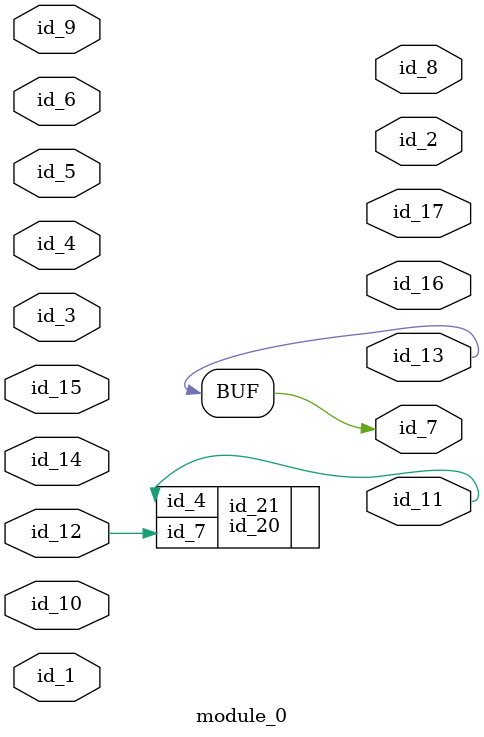
<source format=v>
module module_0 (
    id_1,
    id_2,
    id_3,
    id_4,
    id_5,
    id_6,
    id_7,
    id_8,
    id_9,
    id_10,
    id_11,
    id_12,
    id_13,
    id_14,
    id_15,
    id_16,
    id_17
);
  output id_17;
  output id_16;
  input id_15;
  input id_14;
  output id_13;
  input id_12;
  output id_11;
  input id_10;
  input id_9;
  output id_8;
  output id_7;
  input id_6;
  input id_5;
  input id_4;
  input id_3;
  output id_2;
  input id_1;
  id_18 id_19 (
      .id_2(1),
      .id_8(id_1)
  );
  id_20 id_21 (
      .id_4(id_11),
      .id_7(id_12)
  );
  assign id_7 = id_13;
endmodule

</source>
